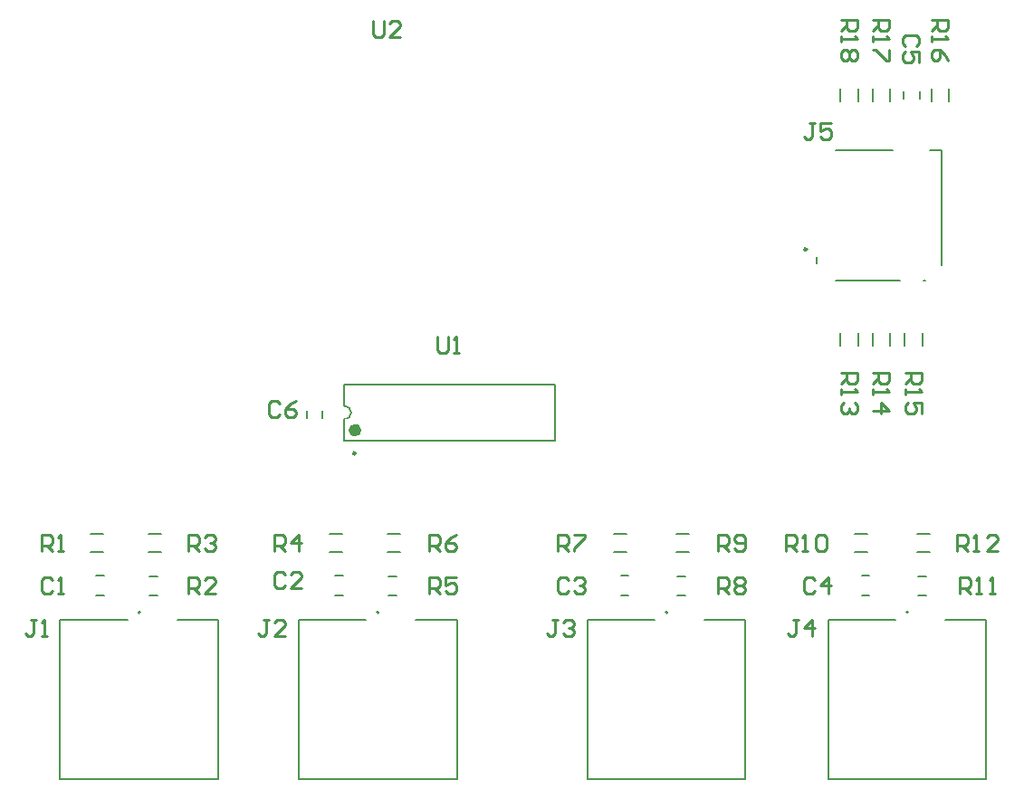
<source format=gto>
G04*
G04 #@! TF.GenerationSoftware,Altium Limited,Altium Designer,25.1.2 (22)*
G04*
G04 Layer_Color=65535*
%FSLAX25Y25*%
%MOIN*%
G70*
G04*
G04 #@! TF.SameCoordinates,8C14AA3A-0FC9-406D-BE4B-2EB75CFADBCC*
G04*
G04*
G04 #@! TF.FilePolarity,Positive*
G04*
G01*
G75*
%ADD10C,0.00787*%
%ADD11C,0.02362*%
%ADD12C,0.00984*%
%ADD13C,0.00500*%
%ADD14C,0.01000*%
D10*
X466614Y163386D02*
G03*
X466614Y163386I-394J0D01*
G01*
X378031D02*
G03*
X378031Y163386I-394J0D01*
G01*
X271732D02*
G03*
X271732Y163386I-394J0D01*
G01*
X183780D02*
G03*
X183780Y163386I-394J0D01*
G01*
X258937Y234469D02*
G03*
X258937Y239469I0J2500D01*
G01*
X470079Y176673D02*
X473032D01*
X470079Y169783D02*
X473032D01*
X469800Y185705D02*
X474508D01*
X469800Y192248D02*
X474508D01*
X449415Y176969D02*
X452160D01*
X449415Y169488D02*
X452160D01*
X446752Y185705D02*
X451460D01*
X446752Y192248D02*
X451460D01*
X381217Y185705D02*
X385925D01*
X381217Y192248D02*
X385925D01*
X381496Y176673D02*
X384449D01*
X381496Y169783D02*
X384449D01*
X360832Y176969D02*
X363577D01*
X360832Y169488D02*
X363577D01*
X358170Y185705D02*
X362878D01*
X358170Y192248D02*
X362878D01*
X275197Y176673D02*
X278150D01*
X275197Y169783D02*
X278150D01*
X274918Y185705D02*
X279626D01*
X274918Y192248D02*
X279626D01*
X255617Y176969D02*
X258362D01*
X255617Y169488D02*
X258362D01*
X253552Y185705D02*
X258260D01*
X253552Y192248D02*
X258260D01*
X187244Y176673D02*
X190197D01*
X187244Y169783D02*
X190197D01*
X186965Y185705D02*
X191673D01*
X186965Y192248D02*
X191673D01*
X167664Y176969D02*
X170410D01*
X167664Y169488D02*
X170410D01*
X165599Y185705D02*
X170307D01*
X165599Y192248D02*
X170307D01*
X245079Y234842D02*
Y237598D01*
X250984Y234842D02*
Y237598D01*
X336496Y226535D02*
Y247402D01*
X258937Y239469D02*
Y247402D01*
Y226535D02*
Y234469D01*
Y247402D02*
X336496D01*
X258937Y226535D02*
X336496D01*
X474606Y333661D02*
X478937D01*
X439764D02*
X460827D01*
X432874Y291831D02*
Y294193D01*
X472047Y285630D02*
X472835D01*
X439764D02*
X463583D01*
X478937Y291142D02*
Y333661D01*
X448154Y261713D02*
Y266421D01*
X441610Y261713D02*
Y266421D01*
X459965Y261713D02*
Y266421D01*
X453421Y261713D02*
Y266421D01*
X471776Y261713D02*
Y266421D01*
X465232Y261713D02*
Y266421D01*
X475074Y351689D02*
Y356397D01*
X481618Y351689D02*
Y356397D01*
X470768Y352559D02*
Y355315D01*
X464862Y352559D02*
Y355315D01*
X441610Y351689D02*
Y356397D01*
X448154Y351689D02*
Y356397D01*
X453421Y351689D02*
Y356397D01*
X459965Y351689D02*
Y356397D01*
D11*
X264055Y230472D02*
G03*
X264055Y230472I-1181J0D01*
G01*
D12*
X263091Y221969D02*
G03*
X263091Y221969I-492J0D01*
G01*
X429232Y297146D02*
G03*
X429232Y297146I-492J0D01*
G01*
D13*
X437185Y101890D02*
Y160709D01*
X461890D01*
X495256Y101890D02*
Y160709D01*
X437185Y101890D02*
X495256D01*
X480236Y160709D02*
X495256D01*
X348602Y101890D02*
Y160709D01*
X373307D01*
X406673Y101890D02*
Y160709D01*
X348602Y101890D02*
X406673D01*
X391653Y160709D02*
X406673D01*
X242303Y101890D02*
Y160709D01*
X267008D01*
X300374Y101890D02*
Y160709D01*
X242303Y101890D02*
X300374D01*
X285354Y160709D02*
X300374D01*
X154350Y101890D02*
Y160709D01*
X179055D01*
X212421Y101890D02*
Y160709D01*
X154350Y101890D02*
X212421D01*
X197402Y160709D02*
X212421D01*
D14*
X269510Y381444D02*
Y376446D01*
X270509Y375446D01*
X272509D01*
X273508Y376446D01*
Y381444D01*
X279506Y375446D02*
X275507D01*
X279506Y379445D01*
Y380444D01*
X278507Y381444D01*
X276507D01*
X275507Y380444D01*
X485628Y170229D02*
Y176227D01*
X488627D01*
X489627Y175228D01*
Y173228D01*
X488627Y172229D01*
X485628D01*
X487627D02*
X489627Y170229D01*
X491626D02*
X493625D01*
X492626D01*
Y176227D01*
X491626Y175228D01*
X496625Y170229D02*
X498624D01*
X497624D01*
Y176227D01*
X496625Y175228D01*
X484628Y185977D02*
Y191975D01*
X487627D01*
X488627Y190976D01*
Y188976D01*
X487627Y187977D01*
X484628D01*
X486628D02*
X488627Y185977D01*
X490626D02*
X492626D01*
X491626D01*
Y191975D01*
X490626Y190976D01*
X499624Y185977D02*
X495625D01*
X499624Y189976D01*
Y190976D01*
X498624Y191975D01*
X496625D01*
X495625Y190976D01*
X432071Y175228D02*
X431072Y176227D01*
X429072D01*
X428073Y175228D01*
Y171229D01*
X429072Y170229D01*
X431072D01*
X432071Y171229D01*
X437070Y170229D02*
Y176227D01*
X434071Y173228D01*
X438069D01*
X426166Y160479D02*
X424166D01*
X425166D01*
Y155481D01*
X424166Y154481D01*
X423167D01*
X422167Y155481D01*
X431164Y154481D02*
Y160479D01*
X428165Y157480D01*
X432164D01*
X421636Y185977D02*
Y191975D01*
X424635D01*
X425635Y190976D01*
Y188976D01*
X424635Y187977D01*
X421636D01*
X423636D02*
X425635Y185977D01*
X427634D02*
X429634D01*
X428634D01*
Y191975D01*
X427634Y190976D01*
X432633D02*
X433632Y191975D01*
X435632D01*
X436631Y190976D01*
Y186977D01*
X435632Y185977D01*
X433632D01*
X432633Y186977D01*
Y190976D01*
X396576Y185977D02*
Y191975D01*
X399575D01*
X400575Y190976D01*
Y188976D01*
X399575Y187977D01*
X396576D01*
X398576D02*
X400575Y185977D01*
X402574Y186977D02*
X403574Y185977D01*
X405574D01*
X406573Y186977D01*
Y190976D01*
X405574Y191975D01*
X403574D01*
X402574Y190976D01*
Y189976D01*
X403574Y188976D01*
X406573D01*
X396576Y170229D02*
Y176227D01*
X399575D01*
X400575Y175228D01*
Y173228D01*
X399575Y172229D01*
X396576D01*
X398576D02*
X400575Y170229D01*
X402574Y175228D02*
X403574Y176227D01*
X405574D01*
X406573Y175228D01*
Y174228D01*
X405574Y173228D01*
X406573Y172229D01*
Y171229D01*
X405574Y170229D01*
X403574D01*
X402574Y171229D01*
Y172229D01*
X403574Y173228D01*
X402574Y174228D01*
Y175228D01*
X403574Y173228D02*
X405574D01*
X341520Y175228D02*
X340520Y176227D01*
X338521D01*
X337521Y175228D01*
Y171229D01*
X338521Y170229D01*
X340520D01*
X341520Y171229D01*
X343519Y175228D02*
X344519Y176227D01*
X346518D01*
X347518Y175228D01*
Y174228D01*
X346518Y173228D01*
X345519D01*
X346518D01*
X347518Y172229D01*
Y171229D01*
X346518Y170229D01*
X344519D01*
X343519Y171229D01*
X337521Y185977D02*
Y191975D01*
X340520D01*
X341520Y190976D01*
Y188976D01*
X340520Y187977D01*
X337521D01*
X339521D02*
X341520Y185977D01*
X343519Y191975D02*
X347518D01*
Y190976D01*
X343519Y186977D01*
Y185977D01*
X337583Y160479D02*
X335584D01*
X336583D01*
Y155481D01*
X335584Y154481D01*
X334584D01*
X333584Y155481D01*
X339582Y159480D02*
X340582Y160479D01*
X342581D01*
X343581Y159480D01*
Y158480D01*
X342581Y157480D01*
X341582D01*
X342581D01*
X343581Y156481D01*
Y155481D01*
X342581Y154481D01*
X340582D01*
X339582Y155481D01*
X290277Y170229D02*
Y176227D01*
X293276D01*
X294276Y175228D01*
Y173228D01*
X293276Y172229D01*
X290277D01*
X292277D02*
X294276Y170229D01*
X300274Y176227D02*
X296275D01*
Y173228D01*
X298275Y174228D01*
X299274D01*
X300274Y173228D01*
Y171229D01*
X299274Y170229D01*
X297275D01*
X296275Y171229D01*
X290277Y185977D02*
Y191975D01*
X293276D01*
X294276Y190976D01*
Y188976D01*
X293276Y187977D01*
X290277D01*
X292277D02*
X294276Y185977D01*
X300274Y191975D02*
X298275Y190976D01*
X296275Y188976D01*
Y186977D01*
X297275Y185977D01*
X299274D01*
X300274Y186977D01*
Y187977D01*
X299274Y188976D01*
X296275D01*
X237189Y177196D02*
X236190Y178196D01*
X234190D01*
X233191Y177196D01*
Y173197D01*
X234190Y172198D01*
X236190D01*
X237189Y173197D01*
X243187Y172198D02*
X239189D01*
X243187Y176197D01*
Y177196D01*
X242188Y178196D01*
X240188D01*
X239189Y177196D01*
X231284Y160479D02*
X229284D01*
X230284D01*
Y155481D01*
X229284Y154481D01*
X228285D01*
X227285Y155481D01*
X237282Y154481D02*
X233283D01*
X237282Y158480D01*
Y159480D01*
X236282Y160479D01*
X234283D01*
X233283Y159480D01*
X233191Y185977D02*
Y191975D01*
X236190D01*
X237189Y190976D01*
Y188976D01*
X236190Y187977D01*
X233191D01*
X235190D02*
X237189Y185977D01*
X242188D02*
Y191975D01*
X239189Y188976D01*
X243187D01*
X201694Y170229D02*
Y176227D01*
X204694D01*
X205693Y175228D01*
Y173228D01*
X204694Y172229D01*
X201694D01*
X203694D02*
X205693Y170229D01*
X211691D02*
X207693D01*
X211691Y174228D01*
Y175228D01*
X210692Y176227D01*
X208692D01*
X207693Y175228D01*
X201694Y185977D02*
Y191975D01*
X204694D01*
X205693Y190976D01*
Y188976D01*
X204694Y187977D01*
X201694D01*
X203694D02*
X205693Y185977D01*
X207693Y190976D02*
X208692Y191975D01*
X210692D01*
X211691Y190976D01*
Y189976D01*
X210692Y188976D01*
X209692D01*
X210692D01*
X211691Y187977D01*
Y186977D01*
X210692Y185977D01*
X208692D01*
X207693Y186977D01*
X151575Y175228D02*
X150575Y176227D01*
X148576D01*
X147576Y175228D01*
Y171229D01*
X148576Y170229D01*
X150575D01*
X151575Y171229D01*
X153574Y170229D02*
X155573D01*
X154574D01*
Y176227D01*
X153574Y175228D01*
X147576Y185977D02*
Y191975D01*
X150575D01*
X151575Y190976D01*
Y188976D01*
X150575Y187977D01*
X147576D01*
X149575D02*
X151575Y185977D01*
X153574D02*
X155573D01*
X154574D01*
Y191975D01*
X153574Y190976D01*
X145669Y160479D02*
X143670D01*
X144670D01*
Y155481D01*
X143670Y154481D01*
X142670D01*
X141671Y155481D01*
X147669Y154481D02*
X149668D01*
X148668D01*
Y160479D01*
X147669Y159480D01*
X235221Y240188D02*
X234221Y241188D01*
X232222D01*
X231222Y240188D01*
Y236190D01*
X232222Y235190D01*
X234221D01*
X235221Y236190D01*
X241219Y241188D02*
X239219Y240188D01*
X237220Y238189D01*
Y236190D01*
X238220Y235190D01*
X240219D01*
X241219Y236190D01*
Y237189D01*
X240219Y238189D01*
X237220D01*
X293245Y264810D02*
Y259812D01*
X294245Y258812D01*
X296244D01*
X297244Y259812D01*
Y264810D01*
X299243Y258812D02*
X301243D01*
X300243D01*
Y264810D01*
X299243Y263810D01*
X432071Y343550D02*
X430072D01*
X431072D01*
Y338552D01*
X430072Y337552D01*
X429072D01*
X428073Y338552D01*
X438069Y343550D02*
X434071D01*
Y340551D01*
X436070Y341551D01*
X437070D01*
X438069Y340551D01*
Y338552D01*
X437070Y337552D01*
X435070D01*
X434071Y338552D01*
X441883Y251592D02*
X447881D01*
Y248593D01*
X446881Y247593D01*
X444882D01*
X443882Y248593D01*
Y251592D01*
Y249593D02*
X441883Y247593D01*
Y245594D02*
Y243595D01*
Y244594D01*
X447881D01*
X446881Y245594D01*
Y240596D02*
X447881Y239596D01*
Y237597D01*
X446881Y236597D01*
X445882D01*
X444882Y237597D01*
Y238596D01*
Y237597D01*
X443882Y236597D01*
X442882D01*
X441883Y237597D01*
Y239596D01*
X442882Y240596D01*
X453694Y251592D02*
X459692D01*
Y248593D01*
X458692Y247593D01*
X456693D01*
X455693Y248593D01*
Y251592D01*
Y249593D02*
X453694Y247593D01*
Y245594D02*
Y243595D01*
Y244594D01*
X459692D01*
X458692Y245594D01*
X453694Y237597D02*
X459692D01*
X456693Y240596D01*
Y236597D01*
X465505Y251592D02*
X471503D01*
Y248593D01*
X470503Y247593D01*
X468504D01*
X467504Y248593D01*
Y251592D01*
Y249593D02*
X465505Y247593D01*
Y245594D02*
Y243595D01*
Y244594D01*
X471503D01*
X470503Y245594D01*
X471503Y236597D02*
Y240596D01*
X468504D01*
X469504Y238596D01*
Y237597D01*
X468504Y236597D01*
X466505D01*
X465505Y237597D01*
Y239596D01*
X466505Y240596D01*
X475347Y381513D02*
X481346D01*
Y378514D01*
X480346Y377515D01*
X478346D01*
X477347Y378514D01*
Y381513D01*
Y379514D02*
X475347Y377515D01*
Y375515D02*
Y373516D01*
Y374516D01*
X481346D01*
X480346Y375515D01*
X481346Y366518D02*
X480346Y368517D01*
X478346Y370517D01*
X476347D01*
X475347Y369517D01*
Y367518D01*
X476347Y366518D01*
X477347D01*
X478346Y367518D01*
Y370517D01*
X469519Y372063D02*
X470519Y373062D01*
Y375062D01*
X469519Y376061D01*
X465520D01*
X464521Y375062D01*
Y373062D01*
X465520Y372063D01*
X470519Y366065D02*
Y370063D01*
X467520D01*
X468519Y368064D01*
Y367064D01*
X467520Y366065D01*
X465520D01*
X464521Y367064D01*
Y369064D01*
X465520Y370063D01*
X441883Y381513D02*
X447881D01*
Y378514D01*
X446881Y377515D01*
X444882D01*
X443882Y378514D01*
Y381513D01*
Y379514D02*
X441883Y377515D01*
Y375515D02*
Y373516D01*
Y374516D01*
X447881D01*
X446881Y375515D01*
Y370517D02*
X447881Y369517D01*
Y367518D01*
X446881Y366518D01*
X445882D01*
X444882Y367518D01*
X443882Y366518D01*
X442882D01*
X441883Y367518D01*
Y369517D01*
X442882Y370517D01*
X443882D01*
X444882Y369517D01*
X445882Y370517D01*
X446881D01*
X444882Y369517D02*
Y367518D01*
X453694Y381513D02*
X459692D01*
Y378514D01*
X458692Y377515D01*
X456693D01*
X455693Y378514D01*
Y381513D01*
Y379514D02*
X453694Y377515D01*
Y375515D02*
Y373516D01*
Y374516D01*
X459692D01*
X458692Y375515D01*
X459692Y370517D02*
Y366518D01*
X458692D01*
X454694Y370517D01*
X453694D01*
M02*

</source>
